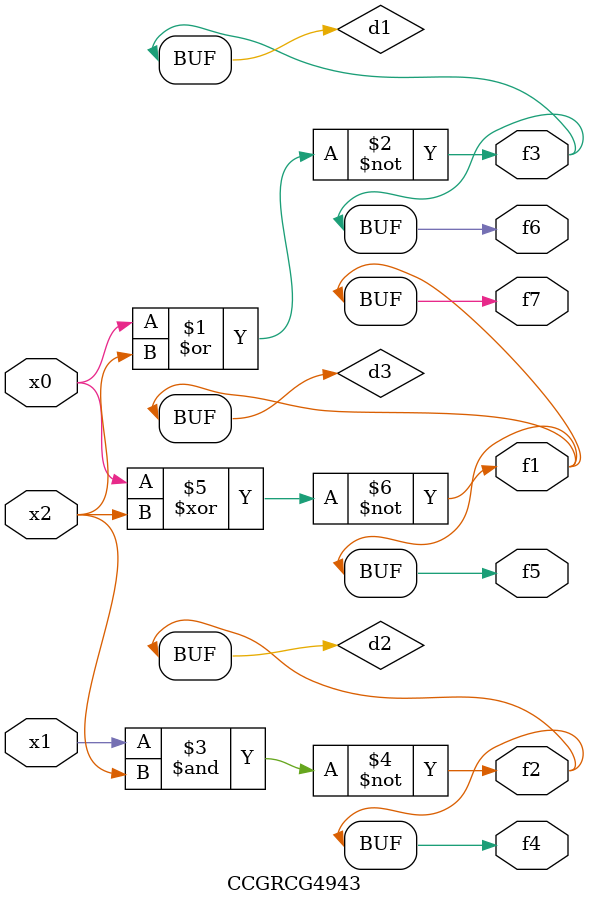
<source format=v>
module CCGRCG4943(
	input x0, x1, x2,
	output f1, f2, f3, f4, f5, f6, f7
);

	wire d1, d2, d3;

	nor (d1, x0, x2);
	nand (d2, x1, x2);
	xnor (d3, x0, x2);
	assign f1 = d3;
	assign f2 = d2;
	assign f3 = d1;
	assign f4 = d2;
	assign f5 = d3;
	assign f6 = d1;
	assign f7 = d3;
endmodule

</source>
